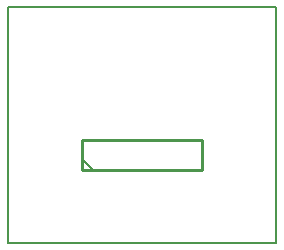
<source format=gto>
G04 MADE WITH FRITZING*
G04 WWW.FRITZING.ORG*
G04 DOUBLE SIDED*
G04 HOLES PLATED*
G04 CONTOUR ON CENTER OF CONTOUR VECTOR*
%ASAXBY*%
%FSLAX23Y23*%
%MOIN*%
%OFA0B0*%
%SFA1.0B1.0*%
%ADD10R,0.901661X0.793626X0.885661X0.777626*%
%ADD11C,0.008000*%
%ADD12C,0.010000*%
%ADD13C,0.005000*%
%LNSILK1*%
G90*
G70*
G54D11*
X4Y790D02*
X898Y790D01*
X898Y4D01*
X4Y4D01*
X4Y790D01*
D02*
G54D12*
X251Y247D02*
X651Y247D01*
D02*
X651Y247D02*
X651Y347D01*
D02*
X651Y347D02*
X251Y347D01*
D02*
X251Y347D02*
X251Y247D01*
G54D13*
D02*
X286Y247D02*
X251Y282D01*
G04 End of Silk1*
M02*
</source>
